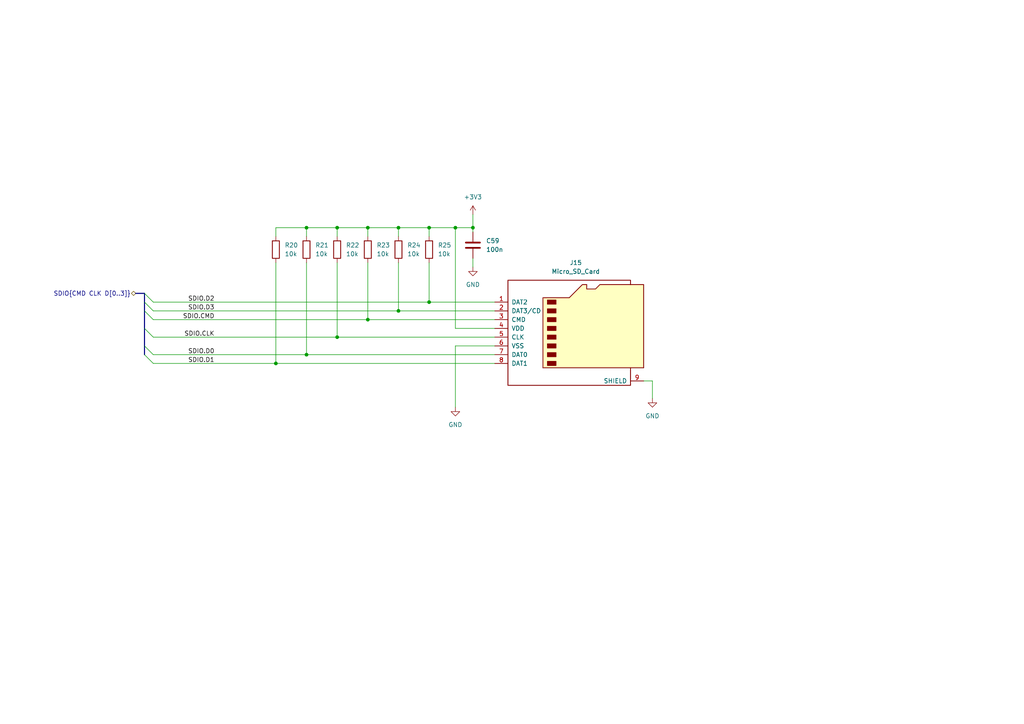
<source format=kicad_sch>
(kicad_sch (version 20211123) (generator eeschema)
  (paper "A4")
  (lib_symbols
    (symbol "Connector:Micro_SD_Card" (pin_names (offset 1.016))
      (property "Reference" "J" (at -16.51 15.24 0))
      (property "Value" "Micro_SD_Card" (at 16.51 15.24 0))
      (symbol "Micro_SD_Card_0_1"
        (rectangle (start -7.62 -9.525) (end -5.08 -10.795) (fill (type outline)))
        (rectangle (start -7.62 -6.985) (end -5.08 -8.255) (fill (type outline)))
        (rectangle (start -7.62 -4.445) (end -5.08 -5.715) (fill (type outline)))
        (rectangle (start -7.62 -1.905) (end -5.08 -3.175) (fill (type outline)))
        (rectangle (start -7.62 0.635) (end -5.08 -0.635) (fill (type outline)))
        (rectangle (start -7.62 3.175) (end -5.08 1.905) (fill (type outline)))
        (rectangle (start -7.62 5.715) (end -5.08 4.445) (fill (type outline)))
        (rectangle (start -7.62 8.255) (end -5.08 6.985) (fill (type outline)))
        (polyline (pts (xy 16.51 12.7) (xy 16.51 13.97) (xy -19.05 13.97) (xy -19.05 -16.51) (xy 16.51 -16.51) (xy 16.51 -11.43)) (stroke (width 0.254)))
        (polyline (pts (xy -8.89 -11.43) (xy -8.89 8.89) (xy -1.27 8.89) (xy 2.54 12.7) (xy 3.81 12.7) (xy 3.81 11.43) (xy 6.35 11.43) (xy 7.62 12.7) (xy 20.32 12.7) (xy 20.32 -11.43) (xy -8.89 -11.43)) (stroke (width 0.254)) (fill (type background)))
      )
      (symbol "Micro_SD_Card_1_1"
        (pin bidirectional line (at -22.86 7.62 0) (length 3.81) (name "DAT2") (number "1"))
        (pin bidirectional line (at -22.86 5.08 0) (length 3.81) (name "DAT3/CD") (number "2"))
        (pin input line (at -22.86 2.54 0) (length 3.81) (name "CMD") (number "3"))
        (pin power_in line (at -22.86 0 0) (length 3.81) (name "VDD") (number "4"))
        (pin input line (at -22.86 -2.54 0) (length 3.81) (name "CLK") (number "5"))
        (pin power_in line (at -22.86 -5.08 0) (length 3.81) (name "VSS") (number "6"))
        (pin bidirectional line (at -22.86 -7.62 0) (length 3.81) (name "DAT0") (number "7"))
        (pin bidirectional line (at -22.86 -10.16 0) (length 3.81) (name "DAT1") (number "8"))
        (pin passive line (at 20.32 -15.24 180) (length 3.81) (name "SHIELD") (number "9"))
      )
    )
    (symbol "Device:C" (pin_numbers hide) (pin_names (offset 0.254))
      (property "Reference" "C" (at 0.635 2.54 0))
      (property "Value" "C" (at 0.635 -2.54 0))
      (symbol "C_0_1"
        (polyline (pts (xy -2.032 -0.762) (xy 2.032 -0.762)) (stroke (width 0.508)))
        (polyline (pts (xy -2.032 0.762) (xy 2.032 0.762)) (stroke (width 0.508)))
      )
      (symbol "C_1_1"
        (pin passive line (at 0 3.81 270) (length 2.794) (name "~") (number "1"))
        (pin passive line (at 0 -3.81 90) (length 2.794) (name "~") (number "2"))
      )
    )
    (symbol "Device:R" (pin_numbers hide) (pin_names (offset 0))
      (property "Reference" "R" (at 2.032 0 90))
      (property "Value" "R" (at 0 0 90))
      (symbol "R_0_1"
        (rectangle (start -1.016 -2.54) (end 1.016 2.54) (stroke (width 0.254)))
      )
      (symbol "R_1_1"
        (pin passive line (at 0 3.81 270) (length 1.27) (name "~") (number "1"))
        (pin passive line (at 0 -3.81 90) (length 1.27) (name "~") (number "2"))
      )
    )
    (symbol "power:+3V3" (power) (pin_names (offset 0))
      (property "Value" "+3V3" (at 0 3.556 0))
      (symbol "+3V3_0_1"
        (polyline (pts (xy -0.762 1.27) (xy 0 2.54)))
        (polyline (pts (xy 0 0) (xy 0 2.54)))
        (polyline (pts (xy 0 2.54) (xy 0.762 1.27)))
      )
      (symbol "+3V3_1_1"
        (pin power_in line (at 0 0 90) (length 0) hide (name "+3V3") (number "1"))
      )
    )
    (symbol "power:GND" (power) (pin_names (offset 0))
      (property "Value" "GND" (at 0 -3.81 0))
      (symbol "GND_0_1"
        (polyline (pts (xy 0 0) (xy 0 -1.27) (xy 1.27 -1.27) (xy 0 -2.54) (xy -1.27 -1.27) (xy 0 -1.27)))
      )
      (symbol "GND_1_1"
        (pin power_in line (at 0 0 270) (length 0) hide (name "GND") (number "1"))
      )
    )
  )
  (junction (at 115.57 66.04))
  (junction (at 106.68 92.71))
  (junction (at 88.9 66.04))
  (junction (at 106.68 66.04))
  (junction (at 80.01 105.41))
  (junction (at 132.08 66.04))
  (junction (at 97.79 66.04))
  (junction (at 97.79 97.79))
  (junction (at 124.46 66.04))
  (junction (at 115.57 90.17))
  (junction (at 88.9 102.87))
  (junction (at 124.46 87.63))
  (junction (at 137.16 66.04))
  (bus_entry (at 41.91 90.17) (size 2.54 2.54))
  (bus_entry (at 41.91 95.25) (size 2.54 2.54))
  (bus_entry (at 41.91 85.09) (size 2.54 2.54))
  (bus_entry (at 41.91 102.87) (size 2.54 2.54))
  (bus_entry (at 41.91 87.63) (size 2.54 2.54))
  (bus_entry (at 41.91 100.33) (size 2.54 2.54))
  (wire (pts (xy 80.01 105.41) (xy 143.51 105.41)))
  (wire (pts (xy 44.45 105.41) (xy 80.01 105.41)))
  (wire (pts (xy 44.45 87.63) (xy 124.46 87.63)))
  (wire (pts (xy 44.45 102.87) (xy 88.9 102.87)))
  (wire (pts (xy 97.79 66.04) (xy 97.79 68.58)))
  (wire (pts (xy 106.68 66.04) (xy 106.68 68.58)))
  (wire (pts (xy 137.16 66.04) (xy 137.16 67.31)))
  (wire (pts (xy 132.08 100.33) (xy 143.51 100.33)))
  (wire (pts (xy 80.01 66.04) (xy 80.01 68.58)))
  (bus (pts (xy 41.91 85.09) (xy 39.37 85.09)))
  (wire (pts (xy 124.46 87.63) (xy 143.51 87.63)))
  (wire (pts (xy 124.46 76.2) (xy 124.46 87.63)))
  (wire (pts (xy 137.16 66.04) (xy 132.08 66.04)))
  (bus (pts (xy 41.91 90.17) (xy 41.91 87.63)))
  (wire (pts (xy 137.16 62.23) (xy 137.16 66.04)))
  (wire (pts (xy 189.23 110.49) (xy 189.23 115.57)))
  (wire (pts (xy 189.23 110.49) (xy 186.69 110.49)))
  (wire (pts (xy 132.08 66.04) (xy 124.46 66.04)))
  (wire (pts (xy 132.08 66.04) (xy 132.08 95.25)))
  (wire (pts (xy 88.9 66.04) (xy 88.9 68.58)))
  (wire (pts (xy 106.68 76.2) (xy 106.68 92.71)))
  (wire (pts (xy 115.57 66.04) (xy 106.68 66.04)))
  (wire (pts (xy 44.45 92.71) (xy 106.68 92.71)))
  (wire (pts (xy 106.68 66.04) (xy 97.79 66.04)))
  (wire (pts (xy 97.79 97.79) (xy 143.51 97.79)))
  (wire (pts (xy 97.79 66.04) (xy 88.9 66.04)))
  (wire (pts (xy 97.79 76.2) (xy 97.79 97.79)))
  (wire (pts (xy 88.9 102.87) (xy 88.9 76.2)))
  (bus (pts (xy 41.91 87.63) (xy 41.91 85.09)))
  (wire (pts (xy 88.9 66.04) (xy 80.01 66.04)))
  (bus (pts (xy 41.91 95.25) (xy 41.91 100.33)))
  (wire (pts (xy 115.57 90.17) (xy 143.51 90.17)))
  (wire (pts (xy 124.46 66.04) (xy 124.46 68.58)))
  (wire (pts (xy 124.46 66.04) (xy 115.57 66.04)))
  (wire (pts (xy 88.9 102.87) (xy 143.51 102.87)))
  (wire (pts (xy 115.57 66.04) (xy 115.57 68.58)))
  (wire (pts (xy 132.08 118.11) (xy 132.08 100.33)))
  (wire (pts (xy 115.57 76.2) (xy 115.57 90.17)))
  (wire (pts (xy 137.16 74.93) (xy 137.16 77.47)))
  (bus (pts (xy 41.91 100.33) (xy 41.91 102.87)))
  (wire (pts (xy 132.08 95.25) (xy 143.51 95.25)))
  (wire (pts (xy 44.45 90.17) (xy 115.57 90.17)))
  (wire (pts (xy 80.01 76.2) (xy 80.01 105.41)))
  (wire (pts (xy 106.68 92.71) (xy 143.51 92.71)))
  (wire (pts (xy 44.45 97.79) (xy 97.79 97.79)))
  (bus (pts (xy 41.91 90.17) (xy 41.91 95.25)))
  (label "SDIO.CMD" (at 62.23 92.71 180))
  (label "SDIO.CLK" (at 62.23 97.79 180))
  (label "SDIO.D0" (at 62.23 102.87 180))
  (label "SDIO.D3" (at 62.23 90.17 180))
  (label "SDIO.D1" (at 62.23 105.41 180))
  (label "SDIO.D2" (at 62.23 87.63 180))
  (hierarchical_label "SDIO{CMD CLK D[0..3]}" (shape bidirectional) (at 39.37 85.09 180))
  (symbol (lib_id "Device:R") (at 97.79 72.39 0) (unit 1)
    (property "Reference" "R22" (at 100.33 71.1199 0) (effects (justify left)))
    (property "Value" "10k" (at 100.33 73.6599 0) (effects (justify left)))
  )
  (symbol (lib_id "Device:R") (at 106.68 72.39 0) (unit 1)
    (property "Reference" "R23" (at 109.22 71.1199 0) (effects (justify left)))
    (property "Value" "10k" (at 109.22 73.6599 0) (effects (justify left)))
  )
  (symbol (lib_id "power:GND") (at 189.23 115.57 0) (unit 1)
    (property "Reference" "#PWR0159" (effects hide))
    (property "Value" "GND" (at 189.23 120.65 0))
  )
  (symbol (lib_id "power:+3V3") (at 137.16 62.23 0) (unit 1)
    (property "Reference" "#PWR0157" (effects hide))
    (property "Value" "+3V3" (at 137.16 57.15 0))
  )
  (symbol (lib_id "Device:C") (at 137.16 71.12 0) (unit 1)
    (property "Reference" "C59" (at 140.97 69.8499 0) (effects (justify left)))
    (property "Value" "100n" (at 140.97 72.3899 0) (effects (justify left)))
  )
  (symbol (lib_id "Device:R") (at 115.57 72.39 0) (unit 1)
    (property "Reference" "R24" (at 118.11 71.1199 0) (effects (justify left)))
    (property "Value" "10k" (at 118.11 73.6599 0) (effects (justify left)))
  )
  (symbol (lib_id "power:GND") (at 132.08 118.11 0) (unit 1)
    (property "Reference" "#PWR0156" (effects hide))
    (property "Value" "GND" (at 132.08 123.19 0))
  )
  (symbol (lib_id "Connector:Micro_SD_Card") (at 166.37 95.25 0) (unit 1)
    (property "Reference" "J15" (at 167.005 76.2 0))
    (property "Value" "Micro_SD_Card" (at 167.005 78.74 0))
    (property "Footprint" "Connector_Card:microSD_HC_Wuerth_693072010801" (effects hide))
    (property "Datasheet" "http://katalog.we-online.de/em/datasheet/693072010801.pdf" (effects hide))
  )
  (symbol (lib_id "Device:R") (at 80.01 72.39 0) (unit 1)
    (property "Reference" "R20" (at 82.55 71.1199 0) (effects (justify left)))
    (property "Value" "10k" (at 82.55 73.6599 0) (effects (justify left)))
  )
  (symbol (lib_id "Device:R") (at 124.46 72.39 0) (unit 1)
    (property "Reference" "R25" (at 127 71.1199 0) (effects (justify left)))
    (property "Value" "10k" (at 127 73.6599 0) (effects (justify left)))
  )
  (symbol (lib_id "power:GND") (at 137.16 77.47 0) (unit 1)
    (property "Reference" "#PWR0158" (effects hide))
    (property "Value" "GND" (at 137.16 82.55 0))
  )
  (symbol (lib_id "Device:R") (at 88.9 72.39 0) (unit 1)
    (property "Reference" "R21" (at 91.44 71.1199 0) (effects (justify left)))
    (property "Value" "10k" (at 91.44 73.6599 0) (effects (justify left)))
  )
)
</source>
